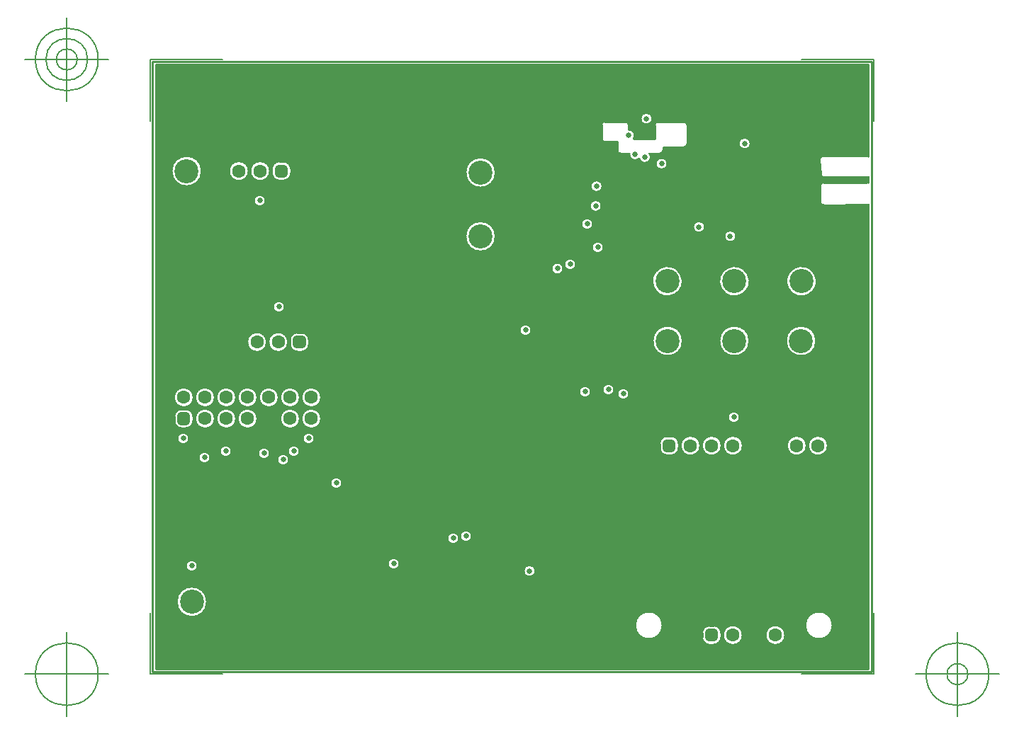
<source format=gbr>
G04 Generated by Ultiboard 14.0 *
%FSLAX24Y24*%
%MOIN*%

%ADD10C,0.0001*%
%ADD11C,0.0100*%
%ADD12C,0.0050*%
%ADD13C,0.1130*%
%ADD14C,0.0260*%
%ADD15C,0.0633*%
%ADD16R,0.0208X0.0208*%
%ADD17C,0.0392*%


G04 ColorRGB CCFFCC for the following layer *
%LNCopper Inner 1*%
%LPD*%
G54D10*
G36*
X59730Y26316D02*
X59730Y26316D01*
X59730Y4451D01*
X26211Y4451D01*
X26211Y32899D01*
X59730Y32899D01*
X59730Y28573D01*
G75*
D01*
G03X59629Y28611I-100J-112*
G01*
X59629Y28611D01*
X57580Y28601D01*
G75*
D01*
G03X57430Y28441I1J-151*
G01*
X57430Y28441D01*
X57470Y27741D01*
G74*
D01*
G03X57585Y27603I150J8*
G01*
G75*
D01*
G03X57620Y27599I35J147*
G01*
X57620Y27599D01*
X59650Y27599D01*
G75*
D01*
G03X59697Y27607I-2J151*
G01*
G74*
D01*
G03X59730Y27622I45J143*
G01*
X59730Y27622D01*
X59730Y27344D01*
G74*
D01*
G03X59660Y27361I70J134*
G01*
X59660Y27361D01*
X57610Y27361D01*
G75*
D01*
G03X57459Y27210I0J-151*
G01*
X57459Y27210D01*
X57459Y26440D01*
G75*
D01*
G03X57610Y26289I151J0*
G01*
X57611Y26289D01*
X57611Y26289D01*
X59661Y26299D01*
G74*
D01*
G03X59730Y26316I1J151*
G01*
D02*
G37*
%LPC*%
G36*
X54256Y5583D02*
G75*
D01*
G03X54256Y5583I97J457*
G01*
D02*
G37*
G36*
X57208Y23047D02*
G75*
D01*
G03X57208Y23047I-627J-343*
G01*
D02*
G37*
G36*
X54256Y14505D02*
G75*
D01*
G03X54256Y14505I103J455*
G01*
D02*
G37*
G36*
X46694Y13598D02*
G75*
D01*
G03X46694Y13598I-194J202*
G01*
D02*
G37*
G36*
X50900Y23047D02*
G75*
D01*
G03X50900Y23047I-627J-343*
G01*
D02*
G37*
G36*
X54054Y23047D02*
G75*
D01*
G03X54054Y23047I-627J-343*
G01*
D02*
G37*
G36*
X45220Y23047D02*
G75*
D01*
G03X45220Y23047I-120J253*
G01*
D02*
G37*
G36*
X56750Y6500D02*
G75*
D01*
G03X56750Y6500I650J0*
G01*
D02*
G37*
G36*
X54886Y6040D02*
G75*
D01*
G03X54886Y6040I467J0*
G01*
D02*
G37*
G36*
X55892Y14960D02*
G75*
D01*
G03X55892Y14960I467J0*
G01*
D02*
G37*
G36*
X56892Y14960D02*
G75*
D01*
G03X56892Y14960I467J0*
G01*
D02*
G37*
G36*
X55848Y19895D02*
G75*
D01*
G03X55848Y19895I715J0*
G01*
D02*
G37*
G36*
X34420Y13200D02*
G75*
D01*
G03X34420Y13200I280J0*
G01*
D02*
G37*
G36*
X27190Y7609D02*
G75*
D01*
G03X27190Y7609I715J0*
G01*
D02*
G37*
G36*
X27620Y9300D02*
G75*
D01*
G03X27620Y9300I280J0*
G01*
D02*
G37*
G36*
X48750Y6500D02*
G75*
D01*
G03X48750Y6500I650J0*
G01*
D02*
G37*
G36*
X51901Y6144D02*
X51901Y6144D01*
X51901Y5936D01*
G75*
D01*
G03X52249Y5588I348J0*
G01*
X52249Y5588D01*
X52457Y5588D01*
G75*
D01*
G03X52804Y5936I-1J348*
G01*
X52804Y5936D01*
X52804Y6144D01*
G74*
D01*
G03X52457Y6492I347J1*
G01*
X52457Y6492D01*
X52249Y6492D01*
G75*
D01*
G03X51901Y6144I0J-348*
G01*
D02*
G37*
G36*
X52886Y6040D02*
G75*
D01*
G03X52886Y6040I467J0*
G01*
D02*
G37*
G36*
X40520Y10700D02*
G75*
D01*
G03X40520Y10700I280J0*
G01*
D02*
G37*
G36*
X37120Y9400D02*
G75*
D01*
G03X37120Y9400I280J0*
G01*
D02*
G37*
G36*
X43510Y9060D02*
G75*
D01*
G03X43510Y9060I280J0*
G01*
D02*
G37*
G36*
X39920Y10600D02*
G75*
D01*
G03X39920Y10600I280J0*
G01*
D02*
G37*
G36*
X31720Y21500D02*
G75*
D01*
G03X31720Y21500I280J0*
G01*
D02*
G37*
G36*
X28220Y14400D02*
G75*
D01*
G03X28220Y14400I280J0*
G01*
D02*
G37*
G36*
X31920Y14300D02*
G75*
D01*
G03X31920Y14300I280J0*
G01*
D02*
G37*
G36*
X29220Y14700D02*
G75*
D01*
G03X29220Y14700I280J0*
G01*
D02*
G37*
G36*
X31020Y14600D02*
G75*
D01*
G03X31020Y14600I280J0*
G01*
D02*
G37*
G36*
X32420Y14700D02*
G75*
D01*
G03X32420Y14700I280J0*
G01*
D02*
G37*
G36*
X27220Y15300D02*
G75*
D01*
G03X27220Y15300I280J0*
G01*
D02*
G37*
G36*
X33120Y15300D02*
G75*
D01*
G03X33120Y15300I280J0*
G01*
D02*
G37*
G36*
X27074Y16338D02*
X27074Y16338D01*
X27074Y16130D01*
G75*
D01*
G03X27421Y15783I347J0*
G01*
X27421Y15783D01*
X27629Y15783D01*
G75*
D01*
G03X27977Y16130I1J347*
G01*
X27977Y16130D01*
X27977Y16338D01*
G74*
D01*
G03X27629Y16686I348J0*
G01*
X27629Y16686D01*
X27421Y16686D01*
G75*
D01*
G03X27074Y16338I1J-348*
G01*
D02*
G37*
G36*
X28059Y16234D02*
G75*
D01*
G03X28059Y16234I466J0*
G01*
D02*
G37*
G36*
X29059Y16234D02*
G75*
D01*
G03X29059Y16234I466J0*
G01*
D02*
G37*
G36*
X30059Y16234D02*
G75*
D01*
G03X30059Y16234I466J0*
G01*
D02*
G37*
G36*
X32059Y16234D02*
G75*
D01*
G03X32059Y16234I466J0*
G01*
D02*
G37*
G36*
X33059Y16234D02*
G75*
D01*
G03X33059Y16234I466J0*
G01*
D02*
G37*
G36*
X27059Y17234D02*
G75*
D01*
G03X27059Y17234I466J0*
G01*
D02*
G37*
G36*
X28059Y17234D02*
G75*
D01*
G03X28059Y17234I466J0*
G01*
D02*
G37*
G36*
X29059Y17234D02*
G75*
D01*
G03X29059Y17234I466J0*
G01*
D02*
G37*
G36*
X30059Y17234D02*
G75*
D01*
G03X30059Y17234I466J0*
G01*
D02*
G37*
G36*
X31059Y17234D02*
G75*
D01*
G03X31059Y17234I466J0*
G01*
D02*
G37*
G36*
X32059Y17234D02*
G75*
D01*
G03X32059Y17234I466J0*
G01*
D02*
G37*
G36*
X33059Y17234D02*
G75*
D01*
G03X33059Y17234I466J0*
G01*
D02*
G37*
G36*
X30501Y19838D02*
G75*
D01*
G03X30501Y19838I467J0*
G01*
D02*
G37*
G36*
X31501Y19838D02*
G75*
D01*
G03X31501Y19838I467J0*
G01*
D02*
G37*
G36*
X33420Y19733D02*
X33420Y19733D01*
X33420Y19942D01*
G74*
D01*
G03X33072Y20289I348J1*
G01*
X33072Y20289D01*
X32864Y20289D01*
G75*
D01*
G03X32516Y19942I-1J-347*
G01*
X32516Y19942D01*
X32516Y19733D01*
G75*
D01*
G03X32864Y19386I348J1*
G01*
X32864Y19386D01*
X33072Y19386D01*
G75*
D01*
G03X33420Y19733I1J347*
G01*
D02*
G37*
G36*
X32567Y27790D02*
X32567Y27790D01*
X32567Y27998D01*
G74*
D01*
G03X32220Y28345I347J0*
G01*
X32220Y28345D01*
X32012Y28345D01*
G75*
D01*
G03X31664Y27998I-1J-347*
G01*
X31664Y27998D01*
X31664Y27790D01*
G75*
D01*
G03X32012Y27442I348J0*
G01*
X32012Y27442D01*
X32220Y27442D01*
G75*
D01*
G03X32567Y27790I-1J348*
G01*
D02*
G37*
G36*
X30820Y26500D02*
G75*
D01*
G03X30820Y26500I280J0*
G01*
D02*
G37*
G36*
X26947Y27891D02*
G75*
D01*
G03X26947Y27891I715J0*
G01*
D02*
G37*
G36*
X29649Y27894D02*
G75*
D01*
G03X29649Y27894I467J0*
G01*
D02*
G37*
G36*
X30649Y27894D02*
G75*
D01*
G03X30649Y27894I467J0*
G01*
D02*
G37*
G36*
X49010Y30360D02*
G75*
D01*
G03X49010Y30360I280J0*
G01*
D02*
G37*
G36*
X45420Y23500D02*
G75*
D01*
G03X45420Y23500I280J0*
G01*
D02*
G37*
G36*
X46720Y24300D02*
G75*
D01*
G03X46720Y24300I280J0*
G01*
D02*
G37*
G36*
X46220Y25400D02*
G75*
D01*
G03X46220Y25400I280J0*
G01*
D02*
G37*
G36*
X51480Y25260D02*
G75*
D01*
G03X51480Y25260I280J0*
G01*
D02*
G37*
G36*
X52950Y24820D02*
G75*
D01*
G03X52950Y24820I280J0*
G01*
D02*
G37*
G36*
X46620Y26250D02*
G75*
D01*
G03X46620Y26250I280J0*
G01*
D02*
G37*
G36*
X46660Y27180D02*
G75*
D01*
G03X46660Y27180I280J0*
G01*
D02*
G37*
G36*
X48697Y29431D02*
G75*
D01*
G03X48451Y29860I-235J150*
G01*
X48451Y29860D01*
X48451Y30080D01*
G74*
D01*
G03X48300Y30231I151J0*
G01*
X48300Y30231D01*
X47320Y30231D01*
G75*
D01*
G03X47169Y30080I0J-151*
G01*
X47169Y30080D01*
X47169Y29420D01*
G75*
D01*
G03X47320Y29269I151J0*
G01*
X47320Y29269D01*
X47917Y29269D01*
X47909Y28873D01*
G75*
D01*
G03X47998Y28732I151J-3*
G01*
G75*
D01*
G03X48060Y28719I61J138*
G01*
X48060Y28719D01*
X48473Y28719D01*
G75*
D01*
G03X48940Y28475I276J-41*
G01*
G75*
D01*
G03X49433Y28719I270J75*
G01*
X49433Y28719D01*
X49930Y28719D01*
G75*
D01*
G03X49986Y28730I-1J151*
G01*
G75*
D01*
G03X50081Y28875I-55J140*
G01*
X50081Y28875D01*
X50076Y29021D01*
X51061Y29029D01*
G75*
D01*
G03X51211Y29180I-1J151*
G01*
X51211Y29180D01*
X51211Y30060D01*
G74*
D01*
G03X51060Y30211I151J0*
G01*
X51060Y30211D01*
X49820Y30211D01*
G75*
D01*
G03X49669Y30060I0J-151*
G01*
X49669Y30060D01*
X49669Y29431D01*
X48697Y29431D01*
D02*
G37*
G36*
X49720Y28240D02*
G75*
D01*
G03X49720Y28240I280J0*
G01*
D02*
G37*
G36*
X53630Y29190D02*
G75*
D01*
G03X53630Y29190I280J0*
G01*
D02*
G37*
G36*
X49907Y15064D02*
X49907Y15064D01*
X49907Y14856D01*
G75*
D01*
G03X50255Y14508I348J0*
G01*
X50255Y14508D01*
X50463Y14508D01*
G75*
D01*
G03X50811Y14856I0J348*
G01*
X50811Y14856D01*
X50811Y15064D01*
G74*
D01*
G03X50463Y15412I348J0*
G01*
X50463Y15412D01*
X50255Y15412D01*
G75*
D01*
G03X49907Y15064I0J-348*
G01*
D02*
G37*
G36*
X50892Y14960D02*
G75*
D01*
G03X50892Y14960I467J0*
G01*
D02*
G37*
G36*
X51892Y14960D02*
G75*
D01*
G03X51892Y14960I467J0*
G01*
D02*
G37*
G36*
X52892Y14960D02*
G75*
D01*
G03X52892Y14960I467J0*
G01*
D02*
G37*
G36*
X53120Y16300D02*
G75*
D01*
G03X53120Y16300I280J0*
G01*
D02*
G37*
G36*
X46120Y17500D02*
G75*
D01*
G03X46120Y17500I280J0*
G01*
D02*
G37*
G36*
X47220Y17600D02*
G75*
D01*
G03X47220Y17600I280J0*
G01*
D02*
G37*
G36*
X47920Y17400D02*
G75*
D01*
G03X47920Y17400I280J0*
G01*
D02*
G37*
G36*
X49570Y19895D02*
G75*
D01*
G03X49570Y19895I715J0*
G01*
D02*
G37*
G36*
X52709Y19895D02*
G75*
D01*
G03X52709Y19895I715J0*
G01*
D02*
G37*
G36*
X40771Y27825D02*
G75*
D01*
G03X40771Y27825I715J0*
G01*
D02*
G37*
G36*
X40768Y24818D02*
G75*
D01*
G03X40768Y24818I715J0*
G01*
D02*
G37*
G36*
X43320Y20400D02*
G75*
D01*
G03X43320Y20400I280J0*
G01*
D02*
G37*
%LPD*%
G54D11*
X54256Y5583D02*
G75*
D01*
G03X54256Y5583I97J457*
G01*
X57208Y23047D02*
G75*
D01*
G03X57208Y23047I-627J-343*
G01*
X54256Y14505D02*
G75*
D01*
G03X54256Y14505I103J455*
G01*
X46694Y13598D02*
G75*
D01*
G03X46694Y13598I-194J202*
G01*
X50900Y23047D02*
G75*
D01*
G03X50900Y23047I-627J-343*
G01*
X54054Y23047D02*
G75*
D01*
G03X54054Y23047I-627J-343*
G01*
X45220Y23047D02*
G75*
D01*
G03X45220Y23047I-120J253*
G01*
X56750Y6500D02*
G75*
D01*
G03X56750Y6500I650J0*
G01*
X54886Y6040D02*
G75*
D01*
G03X54886Y6040I467J0*
G01*
X55892Y14960D02*
G75*
D01*
G03X55892Y14960I467J0*
G01*
X56892Y14960D02*
G75*
D01*
G03X56892Y14960I467J0*
G01*
X55848Y19895D02*
G75*
D01*
G03X55848Y19895I715J0*
G01*
X34420Y13200D02*
G75*
D01*
G03X34420Y13200I280J0*
G01*
X27190Y7609D02*
G75*
D01*
G03X27190Y7609I715J0*
G01*
X27620Y9300D02*
G75*
D01*
G03X27620Y9300I280J0*
G01*
X48750Y6500D02*
G75*
D01*
G03X48750Y6500I650J0*
G01*
X51901Y6144D02*
X51901Y5936D01*
G75*
D01*
G03X52249Y5588I348J0*
G01*
X52457Y5588D01*
G75*
D01*
G03X52804Y5936I-1J348*
G01*
X52804Y6144D01*
G74*
D01*
G03X52457Y6492I347J1*
G01*
X52249Y6492D01*
G75*
D01*
G03X51901Y6144I0J-348*
G01*
X52886Y6040D02*
G75*
D01*
G03X52886Y6040I467J0*
G01*
X40520Y10700D02*
G75*
D01*
G03X40520Y10700I280J0*
G01*
X37120Y9400D02*
G75*
D01*
G03X37120Y9400I280J0*
G01*
X43510Y9060D02*
G75*
D01*
G03X43510Y9060I280J0*
G01*
X39920Y10600D02*
G75*
D01*
G03X39920Y10600I280J0*
G01*
X31720Y21500D02*
G75*
D01*
G03X31720Y21500I280J0*
G01*
X28220Y14400D02*
G75*
D01*
G03X28220Y14400I280J0*
G01*
X31920Y14300D02*
G75*
D01*
G03X31920Y14300I280J0*
G01*
X29220Y14700D02*
G75*
D01*
G03X29220Y14700I280J0*
G01*
X31020Y14600D02*
G75*
D01*
G03X31020Y14600I280J0*
G01*
X32420Y14700D02*
G75*
D01*
G03X32420Y14700I280J0*
G01*
X27220Y15300D02*
G75*
D01*
G03X27220Y15300I280J0*
G01*
X33120Y15300D02*
G75*
D01*
G03X33120Y15300I280J0*
G01*
X27074Y16338D02*
X27074Y16130D01*
G75*
D01*
G03X27421Y15783I347J0*
G01*
X27629Y15783D01*
G75*
D01*
G03X27977Y16130I1J347*
G01*
X27977Y16338D01*
G74*
D01*
G03X27629Y16686I348J0*
G01*
X27421Y16686D01*
G75*
D01*
G03X27074Y16338I1J-348*
G01*
X28059Y16234D02*
G75*
D01*
G03X28059Y16234I466J0*
G01*
X29059Y16234D02*
G75*
D01*
G03X29059Y16234I466J0*
G01*
X30059Y16234D02*
G75*
D01*
G03X30059Y16234I466J0*
G01*
X32059Y16234D02*
G75*
D01*
G03X32059Y16234I466J0*
G01*
X33059Y16234D02*
G75*
D01*
G03X33059Y16234I466J0*
G01*
X27059Y17234D02*
G75*
D01*
G03X27059Y17234I466J0*
G01*
X28059Y17234D02*
G75*
D01*
G03X28059Y17234I466J0*
G01*
X29059Y17234D02*
G75*
D01*
G03X29059Y17234I466J0*
G01*
X30059Y17234D02*
G75*
D01*
G03X30059Y17234I466J0*
G01*
X31059Y17234D02*
G75*
D01*
G03X31059Y17234I466J0*
G01*
X32059Y17234D02*
G75*
D01*
G03X32059Y17234I466J0*
G01*
X33059Y17234D02*
G75*
D01*
G03X33059Y17234I466J0*
G01*
X30501Y19838D02*
G75*
D01*
G03X30501Y19838I467J0*
G01*
X31501Y19838D02*
G75*
D01*
G03X31501Y19838I467J0*
G01*
X33420Y19733D02*
X33420Y19942D01*
G74*
D01*
G03X33072Y20289I348J1*
G01*
X32864Y20289D01*
G75*
D01*
G03X32516Y19942I-1J-347*
G01*
X32516Y19733D01*
G75*
D01*
G03X32864Y19386I348J1*
G01*
X33072Y19386D01*
G75*
D01*
G03X33420Y19733I1J347*
G01*
X32567Y27790D02*
X32567Y27998D01*
G74*
D01*
G03X32220Y28345I347J0*
G01*
X32012Y28345D01*
G75*
D01*
G03X31664Y27998I-1J-347*
G01*
X31664Y27790D01*
G75*
D01*
G03X32012Y27442I348J0*
G01*
X32220Y27442D01*
G75*
D01*
G03X32567Y27790I-1J348*
G01*
X30820Y26500D02*
G75*
D01*
G03X30820Y26500I280J0*
G01*
X26947Y27891D02*
G75*
D01*
G03X26947Y27891I715J0*
G01*
X29649Y27894D02*
G75*
D01*
G03X29649Y27894I467J0*
G01*
X30649Y27894D02*
G75*
D01*
G03X30649Y27894I467J0*
G01*
X49010Y30360D02*
G75*
D01*
G03X49010Y30360I280J0*
G01*
X45420Y23500D02*
G75*
D01*
G03X45420Y23500I280J0*
G01*
X46720Y24300D02*
G75*
D01*
G03X46720Y24300I280J0*
G01*
X46220Y25400D02*
G75*
D01*
G03X46220Y25400I280J0*
G01*
X51480Y25260D02*
G75*
D01*
G03X51480Y25260I280J0*
G01*
X52950Y24820D02*
G75*
D01*
G03X52950Y24820I280J0*
G01*
X46620Y26250D02*
G75*
D01*
G03X46620Y26250I280J0*
G01*
X46660Y27180D02*
G75*
D01*
G03X46660Y27180I280J0*
G01*
X48697Y29431D02*
G75*
D01*
G03X48451Y29860I-235J150*
G01*
X48451Y30080D01*
G74*
D01*
G03X48300Y30231I151J0*
G01*
X47320Y30231D01*
G75*
D01*
G03X47169Y30080I0J-151*
G01*
X47169Y29420D01*
G75*
D01*
G03X47320Y29269I151J0*
G01*
X47917Y29269D01*
X47909Y28873D01*
G75*
D01*
G03X47998Y28732I151J-3*
G01*
G75*
D01*
G03X48060Y28719I61J138*
G01*
X48473Y28719D01*
G75*
D01*
G03X48940Y28475I276J-41*
G01*
G75*
D01*
G03X49433Y28719I270J75*
G01*
X49930Y28719D01*
G75*
D01*
G03X49986Y28730I-1J151*
G01*
G75*
D01*
G03X50081Y28875I-55J140*
G01*
X50076Y29021D01*
X51061Y29029D01*
G75*
D01*
G03X51211Y29180I-1J151*
G01*
X51211Y30060D01*
G74*
D01*
G03X51060Y30211I151J0*
G01*
X49820Y30211D01*
G75*
D01*
G03X49669Y30060I0J-151*
G01*
X49669Y29431D01*
X48697Y29431D01*
X49720Y28240D02*
G75*
D01*
G03X49720Y28240I280J0*
G01*
X53630Y29190D02*
G75*
D01*
G03X53630Y29190I280J0*
G01*
X49907Y15064D02*
X49907Y14856D01*
G75*
D01*
G03X50255Y14508I348J0*
G01*
X50463Y14508D01*
G75*
D01*
G03X50811Y14856I0J348*
G01*
X50811Y15064D01*
G74*
D01*
G03X50463Y15412I348J0*
G01*
X50255Y15412D01*
G75*
D01*
G03X49907Y15064I0J-348*
G01*
X50892Y14960D02*
G75*
D01*
G03X50892Y14960I467J0*
G01*
X51892Y14960D02*
G75*
D01*
G03X51892Y14960I467J0*
G01*
X52892Y14960D02*
G75*
D01*
G03X52892Y14960I467J0*
G01*
X53120Y16300D02*
G75*
D01*
G03X53120Y16300I280J0*
G01*
X46120Y17500D02*
G75*
D01*
G03X46120Y17500I280J0*
G01*
X47220Y17600D02*
G75*
D01*
G03X47220Y17600I280J0*
G01*
X47920Y17400D02*
G75*
D01*
G03X47920Y17400I280J0*
G01*
X49570Y19895D02*
G75*
D01*
G03X49570Y19895I715J0*
G01*
X52709Y19895D02*
G75*
D01*
G03X52709Y19895I715J0*
G01*
X40771Y27825D02*
G75*
D01*
G03X40771Y27825I715J0*
G01*
X40768Y24818D02*
G75*
D01*
G03X40768Y24818I715J0*
G01*
X43320Y20400D02*
G75*
D01*
G03X43320Y20400I280J0*
G01*
X59730Y26316D02*
X59730Y4451D01*
X26211Y4451D01*
X26211Y32899D01*
X59730Y32899D01*
X59730Y28573D01*
G75*
D01*
G03X59629Y28611I-100J-112*
G01*
X57580Y28601D01*
G75*
D01*
G03X57430Y28441I1J-151*
G01*
X57470Y27741D01*
G74*
D01*
G03X57585Y27603I150J8*
G01*
G75*
D01*
G03X57620Y27599I35J147*
G01*
X59650Y27599D01*
G75*
D01*
G03X59697Y27607I-2J151*
G01*
G74*
D01*
G03X59730Y27622I45J143*
G01*
X59730Y27344D01*
G74*
D01*
G03X59660Y27361I70J134*
G01*
X57610Y27361D01*
G75*
D01*
G03X57459Y27210I0J-151*
G01*
X57459Y26440D01*
G75*
D01*
G03X57610Y26289I151J0*
G01*
X57611Y26289D01*
X59661Y26299D01*
G74*
D01*
G03X59730Y26316I1J151*
G01*
X26060Y4300D02*
X59880Y4300D01*
X59880Y33050D01*
X26060Y33050D01*
X26060Y4300D01*
G54D12*
X25960Y4200D02*
X25960Y7095D01*
X25960Y4200D02*
X29362Y4200D01*
X59980Y4200D02*
X56578Y4200D01*
X59980Y4200D02*
X59980Y7095D01*
X59980Y33150D02*
X59980Y30255D01*
X59980Y33150D02*
X56578Y33150D01*
X25960Y33150D02*
X29362Y33150D01*
X25960Y33150D02*
X25960Y30255D01*
X23991Y4200D02*
X20054Y4200D01*
X22023Y2231D02*
X22023Y6169D01*
X20547Y4200D02*
G75*
D01*
G02X20547Y4200I1476J0*
G01*
X61949Y4200D02*
X65886Y4200D01*
X63917Y2231D02*
X63917Y6169D01*
X62441Y4200D02*
G75*
D01*
G02X62441Y4200I1476J0*
G01*
X63425Y4200D02*
G75*
D01*
G02X63425Y4200I492J0*
G01*
X23991Y33150D02*
X20054Y33150D01*
X22023Y31181D02*
X22023Y35119D01*
X20547Y33150D02*
G75*
D01*
G02X20547Y33150I1476J0*
G01*
X21039Y33150D02*
G75*
D01*
G02X21039Y33150I984J0*
G01*
X21531Y33150D02*
G75*
D01*
G02X21531Y33150I492J0*
G01*
X25960Y4200D02*
X25960Y7095D01*
X25960Y4200D02*
X29362Y4200D01*
X59980Y4200D02*
X56578Y4200D01*
X59980Y4200D02*
X59980Y7095D01*
X59980Y33150D02*
X59980Y30255D01*
X59980Y33150D02*
X56578Y33150D01*
X25960Y33150D02*
X29362Y33150D01*
X25960Y33150D02*
X25960Y30255D01*
X23991Y4200D02*
X20054Y4200D01*
X22023Y2231D02*
X22023Y6169D01*
X20547Y4200D02*
G75*
D01*
G02X20547Y4200I1476J0*
G01*
X61949Y4200D02*
X65886Y4200D01*
X63917Y2231D02*
X63917Y6169D01*
X62441Y4200D02*
G75*
D01*
G02X62441Y4200I1476J0*
G01*
X63425Y4200D02*
G75*
D01*
G02X63425Y4200I492J0*
G01*
X23991Y33150D02*
X20054Y33150D01*
X22023Y31181D02*
X22023Y35119D01*
X20547Y33150D02*
G75*
D01*
G02X20547Y33150I1476J0*
G01*
X21039Y33150D02*
G75*
D01*
G02X21039Y33150I984J0*
G01*
X21531Y33150D02*
G75*
D01*
G02X21531Y33150I492J0*
G01*
G54D13*
X27742Y24435D03*
X27905Y7609D03*
X31343Y7709D03*
X35160Y7579D03*
X53424Y19895D03*
X56563Y19895D03*
X50285Y19895D03*
X50273Y22704D03*
X56581Y22704D03*
X41483Y24818D03*
X27662Y27891D03*
X41486Y27825D03*
X53427Y22704D03*
G54D14*
X27800Y21900D03*
X32200Y25800D03*
X31100Y26500D03*
X32000Y21500D03*
X35100Y15800D03*
X31600Y15400D03*
X32700Y14700D03*
X31300Y14600D03*
X29500Y14700D03*
X28500Y14400D03*
X34700Y13200D03*
X32200Y14300D03*
X27900Y9300D03*
X44400Y20400D03*
X43600Y20400D03*
X46500Y25400D03*
X46500Y13800D03*
X45100Y23300D03*
X45700Y23500D03*
X47000Y24300D03*
X46400Y17500D03*
X47500Y17600D03*
X31300Y9400D03*
X35200Y9400D03*
X37400Y9400D03*
X46600Y9200D03*
X48200Y17400D03*
X27500Y15300D03*
X33400Y15300D03*
X53400Y16300D03*
X40200Y10600D03*
X43400Y9700D03*
X40800Y10700D03*
X55300Y16310D03*
X42680Y7220D03*
X47070Y26800D03*
X50240Y26740D03*
X51260Y26660D03*
X56130Y26810D03*
X51320Y28490D03*
X52120Y28490D03*
X53420Y28490D03*
X50790Y28670D03*
X54680Y29300D03*
X54690Y25580D03*
X48760Y30400D03*
X48460Y29580D03*
X49290Y30360D03*
X49210Y28550D03*
X49740Y28490D03*
X49630Y29600D03*
X48320Y28430D03*
X48750Y28680D03*
X58190Y25940D03*
X59100Y25930D03*
X58110Y28950D03*
X59120Y28960D03*
X53020Y28200D03*
X52570Y28210D03*
X52670Y26870D03*
X53270Y26880D03*
X52060Y26870D03*
X57300Y27040D03*
X57300Y27930D03*
X56520Y27950D03*
X55670Y27940D03*
X55650Y27060D03*
X55160Y27950D03*
X55160Y27050D03*
X56690Y29150D03*
X55700Y29160D03*
X57280Y30400D03*
X55430Y30440D03*
X53690Y30420D03*
X50340Y30450D03*
X51660Y29440D03*
X52810Y29680D03*
X50780Y25920D03*
X52370Y25910D03*
X53550Y25880D03*
X55600Y25940D03*
X56860Y25920D03*
X56290Y24860D03*
X54400Y24840D03*
X50260Y25230D03*
X46940Y27180D03*
X51820Y30450D03*
X35270Y18440D03*
X56920Y26800D03*
X53910Y29190D03*
X51760Y25260D03*
X53230Y24820D03*
X46900Y26250D03*
X49250Y27600D03*
X49220Y27150D03*
X48820Y27140D03*
X48820Y27600D03*
X43790Y9060D03*
X50000Y28240D03*
X36410Y10080D03*
X35170Y20560D03*
X35180Y22590D03*
G54D15*
X57359Y14960D03*
X52359Y14960D03*
X51359Y14960D03*
X53359Y14960D03*
X55359Y14960D03*
X54359Y14960D03*
X56359Y14960D03*
X31525Y17234D03*
X33525Y17234D03*
X33525Y16234D03*
X32525Y17234D03*
X28525Y17234D03*
X28525Y16234D03*
X27525Y17234D03*
X31525Y16234D03*
X30525Y17234D03*
X30525Y16234D03*
X29525Y17234D03*
X29525Y16234D03*
X32525Y16234D03*
X31968Y19838D03*
X30968Y19838D03*
X31116Y27894D03*
X30116Y27894D03*
X54353Y6040D03*
X53353Y6040D03*
X55353Y6040D03*
G54D16*
X50359Y14960D03*
X27525Y16234D03*
X32968Y19838D03*
X32116Y27894D03*
X52353Y6040D03*
G54D17*
X50255Y14856D02*
X50463Y14856D01*
X50463Y15064D01*
X50255Y15064D01*
X50255Y14856D01*D02*
X27421Y16130D02*
X27629Y16130D01*
X27629Y16338D01*
X27421Y16338D01*
X27421Y16130D01*D02*
X32864Y19734D02*
X33072Y19734D01*
X33072Y19942D01*
X32864Y19942D01*
X32864Y19734D01*D02*
X32012Y27790D02*
X32220Y27790D01*
X32220Y27998D01*
X32012Y27998D01*
X32012Y27790D01*D02*
X52249Y5936D02*
X52457Y5936D01*
X52457Y6144D01*
X52249Y6144D01*
X52249Y5936D01*D02*

M02*

</source>
